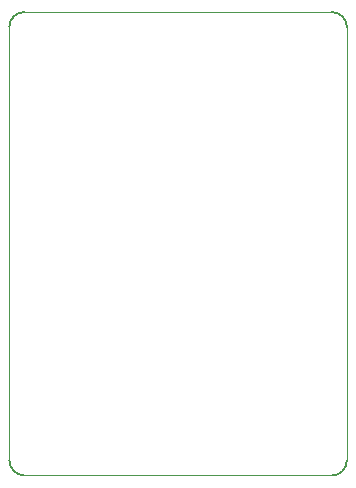
<source format=gbr>
%TF.GenerationSoftware,KiCad,Pcbnew,(6.0.10)*%
%TF.CreationDate,2023-09-05T22:22:05+02:00*%
%TF.ProjectId,incubator_breakout,696e6375-6261-4746-9f72-5f627265616b,rev?*%
%TF.SameCoordinates,Original*%
%TF.FileFunction,Profile,NP*%
%FSLAX46Y46*%
G04 Gerber Fmt 4.6, Leading zero omitted, Abs format (unit mm)*
G04 Created by KiCad (PCBNEW (6.0.10)) date 2023-09-05 22:22:05*
%MOMM*%
%LPD*%
G01*
G04 APERTURE LIST*
%TA.AperFunction,Profile*%
%ADD10C,0.050000*%
%TD*%
%TA.AperFunction,Profile*%
%ADD11C,0.150000*%
%TD*%
G04 APERTURE END LIST*
D10*
X146050000Y-137795000D02*
X146050000Y-117475000D01*
X174625000Y-101092000D02*
X174625000Y-137795000D01*
X146050000Y-102870000D02*
X146050000Y-101092000D01*
D11*
X173355000Y-139065000D02*
G75*
G03*
X174625000Y-137795000I0J1270000D01*
G01*
X146050000Y-137795000D02*
G75*
G03*
X147320000Y-139065000I1270000J0D01*
G01*
X147320000Y-99822000D02*
G75*
G03*
X146050000Y-101092000I0J-1270000D01*
G01*
D10*
X146050000Y-117475000D02*
X146050000Y-102870000D01*
D11*
X174625000Y-101092000D02*
G75*
G03*
X173355000Y-99822000I-1270000J0D01*
G01*
D10*
X147320000Y-99822000D02*
X173355000Y-99822000D01*
X173355000Y-139065000D02*
X147320000Y-139065000D01*
M02*

</source>
